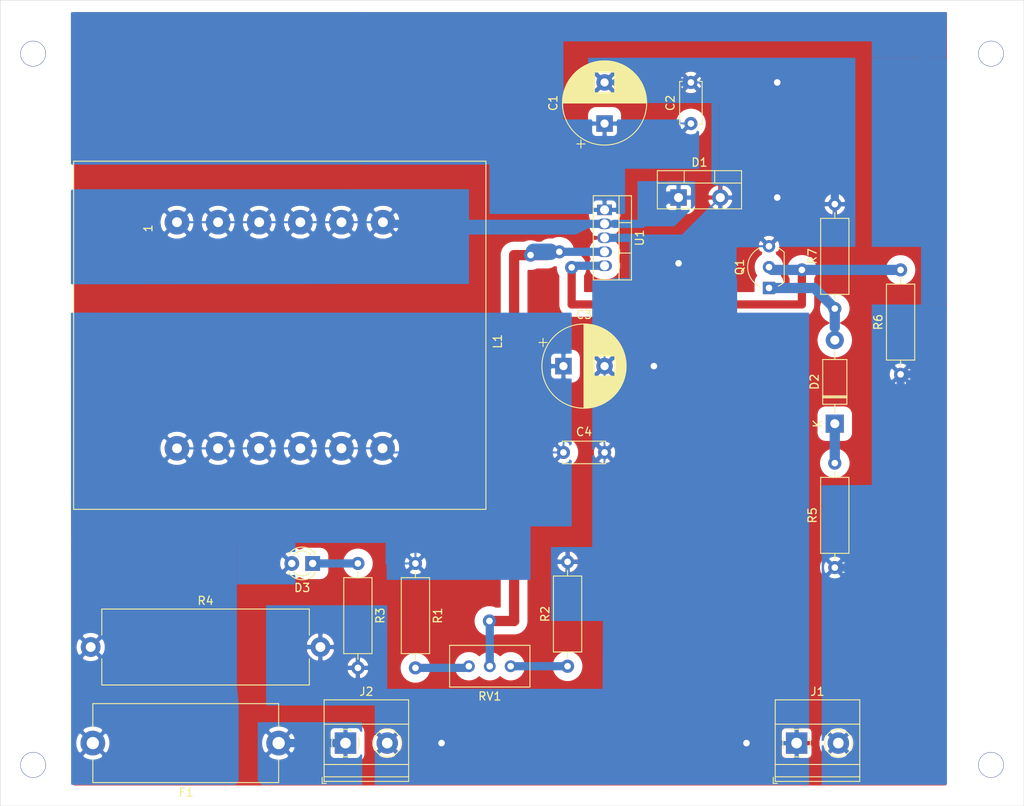
<source format=kicad_pcb>
(kicad_pcb (version 20171130) (host pcbnew 5.1.3-ffb9f22~84~ubuntu16.04.1)
  (layers (0 F.Cu signal) (31 B.Cu signal) (34 B.Paste user) (35 F.Paste user) (36 B.SilkS user) (37 F.SilkS user) (38 B.Mask user) (39 F.Mask user) (44 Edge.Cuts user))
  (net 0 "")
  (net 1 "Net-(C1-Pad1)")
  (net 2 GND)
  (net 3 "Net-(C3-Pad1)")
  (net 4 "Net-(D1-Pad1)")
  (net 5 "Net-(D2-Pad1)")
  (net 6 "Net-(D2-Pad2)")
  (net 7 "Net-(D3-Pad1)")
  (net 8 "Net-(Q1-Pad2)")
  (net 9 "Net-(R1-Pad2)")
  (net 10 "Net-(R2-Pad1)")
  (net 11 "Net-(RV1-Pad2)")
  (net 12 "Net-(F1-Pad1)")
  (module Capacitor_THT:CP_Radial_D10.0mm_P5.00mm (layer F.Cu) (at 94.5 42 90)
    (fp_text reference C1 (at 2.5 -6.25 90) (layer F.SilkS))
    (fp_text value 220u)
    (pad 1 thru_hole rect (at 0 0 90) (size 2 2) (drill 1) (layers *.Cu *.Mask) (net 1 "Net-(C1-Pad1)"))
    (pad 2 thru_hole circle (at 5 0 90) (size 2 2) (drill 1) (layers *.Cu *.Mask) (net 2 GND))
  )
  (module Capacitor_THT:C_Disc_D5.0mm_W2.5mm_P5.00mm (layer F.Cu) (at 105 42 90)
    (fp_text reference C2 (at 2.5 -2.5 90) (layer F.SilkS))
    (fp_text value 100n)
    (pad 1 thru_hole circle (at 0 0 90) (size 1.6 1.6) (drill 0.8) (layers *.Cu *.Mask) (net 1 "Net-(C1-Pad1)"))
    (pad 2 thru_hole circle (at 5 0 90) (size 1.6 1.6) (drill 0.8) (layers *.Cu *.Mask) (net 2 GND))
  )
  (module Capacitor_THT:CP_Radial_D10.0mm_P5.00mm (layer F.Cu) (at 89.5 71.5)
    (fp_text reference C3 (at 2.5 -6.25) (layer F.SilkS))
    (fp_text value 220u)
    (pad 2 thru_hole circle (at 5 0) (size 2 2) (drill 1) (layers *.Cu *.Mask) (net 2 GND))
    (pad 1 thru_hole rect (at 0 0) (size 2 2) (drill 1) (layers *.Cu *.Mask) (net 3 "Net-(C3-Pad1)"))
  )
  (module Capacitor_THT:C_Disc_D5.0mm_W2.5mm_P5.00mm (layer F.Cu) (at 89.5 82)
    (fp_text reference C4 (at 2.5 -2.5) (layer F.SilkS))
    (fp_text value 100n)
    (pad 2 thru_hole circle (at 5 0) (size 1.6 1.6) (drill 0.8) (layers *.Cu *.Mask) (net 2 GND))
    (pad 1 thru_hole circle (at 0 0) (size 1.6 1.6) (drill 0.8) (layers *.Cu *.Mask) (net 3 "Net-(C3-Pad1)"))
  )
  (module Package_TO_SOT_THT:TO-220-2_Vertical (layer F.Cu) (at 103.5 51)
    (fp_text reference D1 (at 2.54 -4.27) (layer F.SilkS))
    (fp_text value MUR820)
    (pad 1 thru_hole rect (at 0 0) (size 2 2) (drill 1.1) (layers *.Cu *.Mask) (net 4 "Net-(D1-Pad1)"))
    (pad 2 thru_hole oval (at 5.08 0) (size 2 2) (drill 1.1) (layers *.Cu *.Mask) (net 2 GND))
  )
  (module Diode_THT:D_DO-41_SOD81_P10.16mm_Horizontal (layer F.Cu) (at 122.5 78.5 90)
    (fp_text reference D2 (at 5.08 -2.47 90) (layer F.SilkS))
    (fp_text value 1N4746A)
    (fp_text user K (at 0 -2.1 90) (layer F.SilkS))
    (pad 1 thru_hole rect (at 0 0 90) (size 2.2 2.2) (drill 1.1) (layers *.Cu *.Mask) (net 5 "Net-(D2-Pad1)"))
    (pad 2 thru_hole oval (at 10.16 0 90) (size 2.2 2.2) (drill 1.1) (layers *.Cu *.Mask) (net 6 "Net-(D2-Pad2)"))
  )
  (module LED_THT:LED_D3.0mm (layer F.Cu) (at 59 95.5 180)
    (fp_text reference D3 (at 1.27 -2.96) (layer F.SilkS))
    (fp_text value LED)
    (pad 1 thru_hole rect (at 0 0 180) (size 1.8 1.8) (drill 0.9) (layers *.Cu *.Mask) (net 7 "Net-(D3-Pad1)"))
    (pad 2 thru_hole circle (at 2.54 0 180) (size 1.8 1.8) (drill 0.9) (layers *.Cu *.Mask) (net 3 "Net-(C3-Pad1)"))
  )
  (module TerminalBlock_Phoenix:TerminalBlock_Phoenix_MKDS-1,5-2-5.08_1x02_P5.08mm_Horizontal (layer F.Cu) (at 117.856 117.348)
    (fp_text reference J1 (at 2.54 -6.26) (layer F.SilkS))
    (fp_text value Conn_01x02)
    (pad 2 thru_hole circle (at 5.08 0) (size 2.6 2.6) (drill 1.3) (layers *.Cu *.Mask) (net 1 "Net-(C1-Pad1)"))
    (pad 1 thru_hole rect (at 0 0) (size 2.6 2.6) (drill 1.3) (layers *.Cu *.Mask) (net 2 GND))
  )
  (module TerminalBlock_Phoenix:TerminalBlock_Phoenix_MKDS-1,5-2-5.08_1x02_P5.08mm_Horizontal (layer F.Cu) (at 62.992 117.348)
    (fp_text reference J2 (at 2.54 -6.26) (layer F.SilkS))
    (fp_text value Conn_01x02)
    (pad 1 thru_hole rect (at 0 0) (size 2.6 2.6) (drill 1.3) (layers *.Cu *.Mask) (net 12 "Net-(F1-Pad1)"))
    (pad 2 thru_hole circle (at 5.08 0) (size 2.6 2.6) (drill 1.3) (layers *.Cu *.Mask) (net 2 GND))
  )
  (module Transformer_THT:Transformer_CHK_EI48-8VA_Neutral (layer F.Cu) (at 42.5 54 270)
    (fp_text reference L1 (at 14.5 -39 90) (layer F.SilkS))
    (fp_text value 30uH)
    (fp_text user 1 (at 0.75 3.5 90) (layer F.SilkS))
    (pad 8 thru_hole circle (at 27.5 -20 270) (size 3 3) (drill 1.2) (layers *.Cu *.Mask) (net 3 "Net-(C3-Pad1)"))
    (pad 9 thru_hole circle (at 27.5 -15 270) (size 3 3) (drill 1.2) (layers *.Cu *.Mask) (net 3 "Net-(C3-Pad1)"))
    (pad 10 thru_hole circle (at 27.5 -10 270) (size 3 3) (drill 1.2) (layers *.Cu *.Mask) (net 3 "Net-(C3-Pad1)"))
    (pad 11 thru_hole circle (at 27.5 -5 270) (size 3 3) (drill 1.2) (layers *.Cu *.Mask) (net 3 "Net-(C3-Pad1)"))
    (pad 5 thru_hole circle (at 0 -20 270) (size 3 3) (drill 1.2) (layers *.Cu *.Mask) (net 4 "Net-(D1-Pad1)"))
    (pad 4 thru_hole circle (at 0 -15 270) (size 3 3) (drill 1.2) (layers *.Cu *.Mask) (net 4 "Net-(D1-Pad1)"))
    (pad 3 thru_hole circle (at 0 -10 270) (size 3 3) (drill 1.2) (layers *.Cu *.Mask) (net 4 "Net-(D1-Pad1)"))
    (pad 2 thru_hole circle (at 0 -5 270) (size 3 3) (drill 1.2) (layers *.Cu *.Mask) (net 4 "Net-(D1-Pad1)"))
    (pad 12 thru_hole circle (at 27.5 0 270) (size 3 3) (drill 1.2) (layers *.Cu *.Mask) (net 3 "Net-(C3-Pad1)"))
    (pad 7 thru_hole circle (at 27.5 -25 270) (size 3 3) (drill 1.2) (layers *.Cu *.Mask) (net 3 "Net-(C3-Pad1)"))
    (pad 6 thru_hole circle (at 0 -25.05 270) (size 3 3) (drill 1.2) (layers *.Cu *.Mask) (net 4 "Net-(D1-Pad1)"))
    (pad 1 thru_hole circle (at 0 0 270) (size 3 3) (drill 1.2) (layers *.Cu *.Mask) (net 4 "Net-(D1-Pad1)"))
  )
  (module Package_TO_SOT_THT:TO-92_Inline_Wide (layer F.Cu) (at 114.5 62 90)
    (fp_text reference Q1 (at 2.54 -3.56 90) (layer F.SilkS))
    (fp_text value BC546B)
    (pad 2 thru_hole circle (at 2.54 0 180) (size 1.5 1.5) (drill 0.8) (layers *.Cu *.Mask) (net 8 "Net-(Q1-Pad2)"))
    (pad 3 thru_hole circle (at 5.08 0 180) (size 1.5 1.5) (drill 0.8) (layers *.Cu *.Mask) (net 2 GND))
    (pad 1 thru_hole rect (at 0 0 180) (size 1.5 1.5) (drill 0.8) (layers *.Cu *.Mask) (net 6 "Net-(D2-Pad2)"))
  )
  (module Resistor_THT:R_Axial_DIN0309_L9.0mm_D3.2mm_P12.70mm_Horizontal (layer F.Cu) (at 71.5 95.5 270)
    (fp_text reference R1 (at 6.35 -2.72 90) (layer F.SilkS))
    (fp_text value 10k)
    (pad 2 thru_hole oval (at 12.7 0 270) (size 1.6 1.6) (drill 0.8) (layers *.Cu *.Mask) (net 9 "Net-(R1-Pad2)"))
    (pad 1 thru_hole circle (at 0 0 270) (size 1.6 1.6) (drill 0.8) (layers *.Cu *.Mask) (net 3 "Net-(C3-Pad1)"))
  )
  (module Resistor_THT:R_Axial_DIN0309_L9.0mm_D3.2mm_P12.70mm_Horizontal (layer F.Cu) (at 90 108 90)
    (fp_text reference R2 (at 6.35 -2.72 90) (layer F.SilkS))
    (fp_text value 1k)
    (pad 1 thru_hole circle (at 0 0 90) (size 1.6 1.6) (drill 0.8) (layers *.Cu *.Mask) (net 10 "Net-(R2-Pad1)"))
    (pad 2 thru_hole oval (at 12.7 0 90) (size 1.6 1.6) (drill 0.8) (layers *.Cu *.Mask) (net 2 GND))
  )
  (module Resistor_THT:R_Axial_DIN0309_L9.0mm_D3.2mm_P12.70mm_Horizontal (layer F.Cu) (at 64.5 95.5 270)
    (fp_text reference R3 (at 6.35 -2.72 90) (layer F.SilkS))
    (fp_text value 1k)
    (pad 2 thru_hole oval (at 12.7 0 270) (size 1.6 1.6) (drill 0.8) (layers *.Cu *.Mask) (net 2 GND))
    (pad 1 thru_hole circle (at 0 0 270) (size 1.6 1.6) (drill 0.8) (layers *.Cu *.Mask) (net 7 "Net-(D3-Pad1)"))
  )
  (module Resistor_THT:R_Axial_Power_L25.0mm_W9.0mm_P27.94mm (layer F.Cu) (at 32.004 105.664)
    (fp_text reference R4 (at 13.97 -5.62) (layer F.SilkS))
    (fp_text value 330)
    (pad 1 thru_hole circle (at 0 0) (size 2.4 2.4) (drill 1.2) (layers *.Cu *.Mask) (net 3 "Net-(C3-Pad1)"))
    (pad 2 thru_hole oval (at 27.94 0) (size 2.4 2.4) (drill 1.2) (layers *.Cu *.Mask) (net 2 GND))
  )
  (module Resistor_THT:R_Axial_DIN0309_L9.0mm_D3.2mm_P12.70mm_Horizontal (layer F.Cu) (at 122.5 96 90)
    (fp_text reference R5 (at 6.35 -2.72 90) (layer F.SilkS))
    (fp_text value 20k)
    (pad 1 thru_hole circle (at 0 0 90) (size 1.6 1.6) (drill 0.8) (layers *.Cu *.Mask) (net 1 "Net-(C1-Pad1)"))
    (pad 2 thru_hole oval (at 12.7 0 90) (size 1.6 1.6) (drill 0.8) (layers *.Cu *.Mask) (net 5 "Net-(D2-Pad1)"))
  )
  (module Resistor_THT:R_Axial_DIN0309_L9.0mm_D3.2mm_P12.70mm_Horizontal (layer F.Cu) (at 130.5 72.5 90)
    (fp_text reference R6 (at 6.35 -2.72 90) (layer F.SilkS))
    (fp_text value 20k)
    (pad 1 thru_hole circle (at 0 0 90) (size 1.6 1.6) (drill 0.8) (layers *.Cu *.Mask) (net 1 "Net-(C1-Pad1)"))
    (pad 2 thru_hole oval (at 12.7 0 90) (size 1.6 1.6) (drill 0.8) (layers *.Cu *.Mask) (net 8 "Net-(Q1-Pad2)"))
  )
  (module Resistor_THT:R_Axial_DIN0309_L9.0mm_D3.2mm_P12.70mm_Horizontal (layer F.Cu) (at 122.5 64.5 90)
    (fp_text reference R7 (at 6.35 -2.72 90) (layer F.SilkS))
    (fp_text value 10k)
    (pad 2 thru_hole oval (at 12.7 0 90) (size 1.6 1.6) (drill 0.8) (layers *.Cu *.Mask) (net 2 GND))
    (pad 1 thru_hole circle (at 0 0 90) (size 1.6 1.6) (drill 0.8) (layers *.Cu *.Mask) (net 6 "Net-(D2-Pad2)"))
  )
  (module Potentiometer_THT:Potentiometer_Bourns_3296W_Vertical (layer F.Cu) (at 78 108 180)
    (fp_text reference RV1 (at -2.54 -3.66) (layer F.SilkS))
    (fp_text value 2k)
    (pad 1 thru_hole circle (at 0 0 180) (size 1.44 1.44) (drill 0.8) (layers *.Cu *.Mask) (net 9 "Net-(R1-Pad2)"))
    (pad 2 thru_hole circle (at -2.54 0 180) (size 1.44 1.44) (drill 0.8) (layers *.Cu *.Mask) (net 11 "Net-(RV1-Pad2)"))
    (pad 3 thru_hole circle (at -5.08 0 180) (size 1.44 1.44) (drill 0.8) (layers *.Cu *.Mask) (net 10 "Net-(R2-Pad1)"))
  )
  (module Package_TO_SOT_THT:TO-220-5_Vertical (layer F.Cu) (at 94.5 52.5 270)
    (fp_text reference U1 (at 3.4 -4.27 90) (layer F.SilkS))
    (fp_text value LM2576T-ADJ)
    (pad 1 thru_hole rect (at 0 0 270) (size 1.275 1.8) (drill 1.1) (layers *.Cu *.Mask) (net 1 "Net-(C1-Pad1)"))
    (pad 2 thru_hole oval (at 1.7 0 270) (size 1.275 1.8) (drill 1.1) (layers *.Cu *.Mask) (net 4 "Net-(D1-Pad1)"))
    (pad 3 thru_hole oval (at 3.4 0 270) (size 1.275 1.8) (drill 1.1) (layers *.Cu *.Mask) (net 2 GND))
    (pad 4 thru_hole oval (at 5.1 0 270) (size 1.275 1.8) (drill 1.1) (layers *.Cu *.Mask) (net 11 "Net-(RV1-Pad2)"))
    (pad 5 thru_hole oval (at 6.8 0 270) (size 1.275 1.8) (drill 1.1) (layers *.Cu *.Mask) (net 8 "Net-(Q1-Pad2)"))
  )
  (module Fuse:Fuseholder_Cylinder-5x20mm_Stelvio-Kontek_PTF78_Horizontal_Open (layer F.Cu) (at 54.864 117.348 180)
    (fp_text reference F1 (at 11.25 -6) (layer F.SilkS))
    (fp_text value 3A)
    (pad 1 thru_hole circle (at 0 0 180) (size 3 3) (drill 1.5) (layers *.Cu *.Mask) (net 12 "Net-(F1-Pad1)"))
    (pad 2 thru_hole circle (at 22.6 0 180) (size 3 3) (drill 1.5) (layers *.Cu *.Mask) (net 3 "Net-(C3-Pad1)"))
  )
  (gr_text "Buck SMPS: 30v to 15v\nLiaudat - Muñoz\nFIUBA" (at 46.99 38.1) (layer F.Cu) (effects (font (size 1.5 1.5) (thickness 0.3))))
  (gr_line (start 21 125) (end 21 27) (layer Edge.Cuts) (width 0.05))
  (gr_line (start 145.5 125) (end 21 125) (layer Edge.Cuts) (width 0.05))
  (gr_line (start 145.5 27) (end 145.5 125) (layer Edge.Cuts) (width 0.05))
  (gr_line (start 21 27) (end 145.5 27) (layer Edge.Cuts) (width 0.05))
  (via (at 25 120) (size 3.1) (drill 3) (layers F.Cu B.Cu) (net 0))
  (via (at 25 33.5) (size 3.1) (drill 3) (layers F.Cu B.Cu) (net 0))
  (via (at 141.5 33.5) (size 3.1) (drill 3) (layers F.Cu B.Cu) (net 0))
  (via (at 141.5 120) (size 3.1) (drill 3) (layers F.Cu B.Cu) (net 0))
  (segment (start 123.08 96.58) (end 122.5 96) (width 0.25) (layer B.Cu) (net 1))
  (segment (start 122.5 96) (end 130.5 96) (width 1) (layer B.Cu) (net 1))
  (segment (start 130.5 96) (end 130.5 72.5) (width 1) (layer B.Cu) (net 1))
  (segment (start 130.5 72.5) (end 133.5 72.5) (width 1) (layer B.Cu) (net 1))
  (segment (start 95.75 42) (end 105 42) (width 0.25) (layer B.Cu) (net 1))
  (segment (start 94.5 42) (end 95.75 42) (width 0.25) (layer B.Cu) (net 1))
  (segment (start 94.5 52.5) (end 94.5 42) (width 0.25) (layer B.Cu) (net 1))
  (segment (start 133.5 30) (end 88 30) (width 1) (layer B.Cu) (net 1))
  (segment (start 88 42) (end 94.5 42) (width 0.25) (layer B.Cu) (net 1))
  (segment (start 133.5 32) (end 133.5 35) (width 1) (layer B.Cu) (net 1))
  (segment (start 133.5 35) (end 133.5 34.5) (width 0.25) (layer B.Cu) (net 1))
  (segment (start 133.5 72.5) (end 133.5 35) (width 1) (layer B.Cu) (net 1))
  (segment (start 88 32) (end 88 42) (width 0.25) (layer B.Cu) (net 1))
  (segment (start 133.5 32) (end 133.5 30) (width 0.25) (layer B.Cu) (net 1))
  (segment (start 88 32) (end 88 30) (width 0.25) (layer B.Cu) (net 1))
  (segment (start 94.5 82) (end 94.5 71.5) (width 0.25) (layer B.Cu) (net 2))
  (segment (start 94.5 71.5) (end 94.5 62) (width 0.25) (layer B.Cu) (net 2))
  (segment (start 94.5 62) (end 95.575001 60.924999) (width 0.25) (layer B.Cu) (net 2))
  (segment (start 110.424999 60.924999) (end 110.424999 57.075001) (width 0.25) (layer B.Cu) (net 2))
  (segment (start 110.58 56.92) (end 114.5 56.92) (width 0.25) (layer B.Cu) (net 2))
  (segment (start 110.424999 57.075001) (end 110.58 56.92) (width 0.25) (layer B.Cu) (net 2))
  (segment (start 119.62 51.8) (end 122.5 51.8) (width 0.25) (layer B.Cu) (net 2))
  (segment (start 114.5 56.92) (end 119.62 51.8) (width 0.25) (layer B.Cu) (net 2))
  (segment (start 118.82 51) (end 115.5 51) (width 0.25) (layer B.Cu) (net 2))
  (segment (start 119.62 51.8) (end 118.82 51) (width 0.25) (layer B.Cu) (net 2))
  (segment (start 103.68 55.9) (end 108.58 51) (width 0.25) (layer B.Cu) (net 2))
  (segment (start 98.9 60.9) (end 98.924999 60.924999) (width 0.25) (layer B.Cu) (net 2))
  (segment (start 98.9 55.9) (end 103.68 55.9) (width 0.25) (layer B.Cu) (net 2))
  (segment (start 94.5 55.9) (end 98.9 55.9) (width 1) (layer B.Cu) (net 2))
  (segment (start 95.575001 60.924999) (end 98.924999 60.924999) (width 0.25) (layer B.Cu) (net 2))
  (segment (start 98.9 55.9) (end 98.9 60.9) (width 0.25) (layer B.Cu) (net 2))
  (segment (start 98.924999 60.924999) (end 110.424999 60.924999) (width 0.25) (layer B.Cu) (net 2))
  (segment (start 108.58 51) (end 108.58 49.585787) (width 0.25) (layer B.Cu) (net 2))
  (segment (start 108 37.5) (end 107.5 37) (width 0.25) (layer B.Cu) (net 2))
  (segment (start 108.58 49.585787) (end 108 49.005787) (width 0.25) (layer B.Cu) (net 2))
  (segment (start 108 49.005787) (end 108 37.5) (width 1) (layer B.Cu) (net 2))
  (segment (start 95.914213 37) (end 105 37) (width 1) (layer B.Cu) (net 2))
  (segment (start 94.5 37) (end 95.914213 37) (width 0.25) (layer B.Cu) (net 2))
  (segment (start 122.5 51.8) (end 122.5 37.5) (width 1) (layer B.Cu) (net 2))
  (segment (start 122 37) (end 115.5 37) (width 1) (layer B.Cu) (net 2))
  (segment (start 106.5 37) (end 105 37) (width 0.25) (layer B.Cu) (net 2))
  (segment (start 107.5 37) (end 106.5 37) (width 0.25) (layer B.Cu) (net 2))
  (segment (start 94.3 95.3) (end 94.5 95.5) (width 0.25) (layer B.Cu) (net 2))
  (segment (start 90 95.3) (end 94.3 95.3) (width 0.25) (layer B.Cu) (net 2))
  (segment (start 94.5 82) (end 94.5 95.5) (width 0.25) (layer B.Cu) (net 2))
  (segment (start 122 37) (end 122.5 37.5) (width 0.25) (layer B.Cu) (net 2))
  (segment (start 110.5 65) (end 110.5 61) (width 0.25) (layer B.Cu) (net 2))
  (segment (start 115.5 51) (end 108.58 51) (width 0.25) (layer B.Cu) (net 2))
  (via (at 115.5 51) (size 1.6) (drill 0.8) (layers F.Cu B.Cu) (net 2))
  (segment (start 115.5 37) (end 106.5 37) (width 1) (layer B.Cu) (net 2))
  (via (at 115.5 37) (size 1.6) (drill 0.8) (layers F.Cu B.Cu) (net 2))
  (via (at 100.5 71.5) (size 1.6) (drill 0.8) (layers F.Cu B.Cu) (net 2))
  (via (at 74.676 117.348) (size 1.6) (drill 0.8) (layers F.Cu B.Cu) (net 2))
  (via (at 111.76 117.348) (size 1.6) (drill 0.8) (layers F.Cu B.Cu) (net 2))
  (via (at 103.5 59) (size 1.6) (drill 0.8) (layers F.Cu B.Cu) (net 2))
  (segment (start 44.62132 81.5) (end 47.5 81.5) (width 0.25) (layer B.Cu) (net 3))
  (segment (start 42.5 81.5) (end 44.62132 81.5) (width 0.25) (layer B.Cu) (net 3))
  (segment (start 49.62132 81.5) (end 52.5 81.5) (width 0.25) (layer B.Cu) (net 3))
  (segment (start 47.5 81.5) (end 49.62132 81.5) (width 0.25) (layer B.Cu) (net 3))
  (segment (start 54.62132 81.5) (end 57.5 81.5) (width 0.25) (layer B.Cu) (net 3))
  (segment (start 52.5 81.5) (end 54.62132 81.5) (width 0.25) (layer B.Cu) (net 3))
  (segment (start 59.62132 81.5) (end 62.5 81.5) (width 0.25) (layer B.Cu) (net 3))
  (segment (start 57.5 81.5) (end 59.62132 81.5) (width 0.25) (layer B.Cu) (net 3))
  (segment (start 89.5 72.75) (end 89.5 82) (width 0.25) (layer B.Cu) (net 3))
  (segment (start 89.5 71.5) (end 89.5 72.75) (width 0.25) (layer B.Cu) (net 3))
  (segment (start 68 82) (end 67.5 81.5) (width 0.25) (layer B.Cu) (net 3))
  (segment (start 71.5 82.5) (end 71.5 95.5) (width 0.25) (layer B.Cu) (net 3))
  (segment (start 89.5 82) (end 72 82) (width 0.25) (layer B.Cu) (net 3))
  (segment (start 72 82) (end 71.5 82.5) (width 0.25) (layer B.Cu) (net 3))
  (segment (start 72 82) (end 68 82) (width 0.25) (layer B.Cu) (net 3))
  (segment (start 71.5 95.5) (end 68 95.5) (width 0.25) (layer B.Cu) (net 3))
  (segment (start 68 95.5) (end 68 93) (width 0.25) (layer B.Cu) (net 3))
  (segment (start 65.37868 81.5) (end 62.5 81.5) (width 0.25) (layer B.Cu) (net 3))
  (segment (start 67.5 81.5) (end 65.37868 81.5) (width 0.25) (layer B.Cu) (net 3))
  (segment (start 42.45 54) (end 47.5 54) (width 0.25) (layer B.Cu) (net 4))
  (segment (start 47.5 54) (end 52.5 54) (width 0.25) (layer B.Cu) (net 4))
  (segment (start 52.5 54) (end 57.5 54) (width 0.25) (layer B.Cu) (net 4))
  (segment (start 59.62132 54) (end 62.5 54) (width 0.25) (layer B.Cu) (net 4))
  (segment (start 57.5 54) (end 59.62132 54) (width 0.25) (layer B.Cu) (net 4))
  (segment (start 99.05 54.2) (end 95.65 54.2) (width 1) (layer B.Cu) (net 4))
  (segment (start 67.7 54.2) (end 67.5 54) (width 0.25) (layer B.Cu) (net 4))
  (segment (start 94.5 54.2) (end 67.7 54.2) (width 1) (layer B.Cu) (net 4))
  (segment (start 94.5 54.2) (end 95.65 54.2) (width 0.25) (layer B.Cu) (net 4))
  (segment (start 67.5 54) (end 62.5 54) (width 0.25) (layer B.Cu) (net 4))
  (segment (start 102.25 51) (end 99.05 54.2) (width 1) (layer B.Cu) (net 4))
  (segment (start 103.5 51) (end 102.25 51) (width 1.5) (layer B.Cu) (net 4))
  (segment (start 122.5 78.5) (end 122.5 83.3) (width 1.25) (layer B.Cu) (net 5))
  (segment (start 122.5 66.784366) (end 122.5 64.5) (width 1.25) (layer B.Cu) (net 6))
  (segment (start 122.5 68.34) (end 122.5 66.784366) (width 0.25) (layer B.Cu) (net 6))
  (segment (start 120 62) (end 122.5 64.5) (width 1.25) (layer B.Cu) (net 6))
  (segment (start 114.5 62) (end 120 62) (width 1.25) (layer B.Cu) (net 6))
  (segment (start 64.5 95.5) (end 59 95.5) (width 1) (layer B.Cu) (net 7))
  (via (at 90.5 59.5) (size 1.6) (drill 0.8) (layers F.Cu B.Cu) (net 8))
  (segment (start 90.5 59.5) (end 90.5 64) (width 1) (layer F.Cu) (net 8))
  (segment (start 90.5 64) (end 118.5 64) (width 1) (layer F.Cu) (net 8))
  (segment (start 118.5 64) (end 118.5 61) (width 1) (layer F.Cu) (net 8))
  (segment (start 114.84 59.8) (end 114.5 59.46) (width 0.25) (layer B.Cu) (net 8))
  (segment (start 130.5 59.8) (end 118.5 59.8) (width 1.25) (layer B.Cu) (net 8))
  (segment (start 118.5 59.8) (end 114.84 59.8) (width 1.25) (layer B.Cu) (net 8))
  (via (at 118.5 59.8) (size 1.6) (drill 0.8) (layers F.Cu B.Cu) (net 8))
  (segment (start 118.5 59.8) (end 118.5 61) (width 1) (layer F.Cu) (net 8))
  (segment (start 90.7 59.3) (end 90.5 59.5) (width 0.25) (layer F.Cu) (net 8))
  (segment (start 90.7 59.3) (end 90.5 59.5) (width 0.25) (layer B.Cu) (net 8))
  (segment (start 94.5 59.3) (end 90.7 59.3) (width 1) (layer B.Cu) (net 8))
  (segment (start 77.8 108.2) (end 78 108) (width 0.25) (layer B.Cu) (net 9))
  (segment (start 71.5 108.2) (end 77.8 108.2) (width 1) (layer B.Cu) (net 9))
  (segment (start 83.08 108) (end 90 108) (width 1) (layer B.Cu) (net 10))
  (via (at 85.5 58) (size 1.6) (drill 0.8) (layers F.Cu B.Cu) (net 11))
  (via (at 80.5 102.5) (size 1.6) (drill 0.8) (layers F.Cu B.Cu) (net 11))
  (segment (start 83.5 58) (end 85.5 58) (width 1.25) (layer F.Cu) (net 11))
  (segment (start 83.5 102.5) (end 83.5 58) (width 1.25) (layer F.Cu) (net 11))
  (segment (start 80.5 102.5) (end 83.5 102.5) (width 1.25) (layer F.Cu) (net 11))
  (segment (start 80.54 102.54) (end 80.5 102.5) (width 0.25) (layer B.Cu) (net 11))
  (segment (start 80.54 108) (end 80.54 102.54) (width 1) (layer B.Cu) (net 11))
  (segment (start 94.5 57.6) (end 87.9 57.6) (width 1) (layer B.Cu) (net 11))
  (segment (start 87.9 57.6) (end 85.9 57.6) (width 2) (layer B.Cu) (net 11))
  (via (at 89 57.6) (size 1.6) (drill 0.8) (layers F.Cu B.Cu) (net 11))
  (segment (start 87.5 58) (end 87.9 57.6) (width 0.25) (layer F.Cu) (net 11))
  (segment (start 85.5 58) (end 87.5 58) (width 1.25) (layer F.Cu) (net 11))
  (segment (start 87.5 57.96863) (end 87.86863 57.6) (width 0.25) (layer F.Cu) (net 11))
  (segment (start 87.86863 57.6) (end 89 57.6) (width 1.25) (layer F.Cu) (net 11))
  (segment (start 87.5 58) (end 87.5 57.96863) (width 0.25) (layer F.Cu) (net 11))
  (segment (start 85.5 58) (end 85.9 57.6) (width 0.25) (layer B.Cu) (net 11))
  (segment (start 54.864 117.348) (end 62.992 117.348) (width 1) (layer B.Cu) (net 12))
  (zone (net 2) (net_name GND) (layer B.Cu) (connect_pads (clearance 0.508)) (min_thickness 0.254) (fill yes (arc_segments 32) (thermal_gap 0.508) (thermal_bridge_width 0.508))
    (polygon (pts (xy 122.5 52) (xy 108.5 52) (xy 108.5 36.5) (xy 122.5 36.5)))
  )
  (zone (net 2) (net_name GND) (layer B.Cu) (connect_pads (clearance 0.508)) (min_thickness 0.254) (fill yes (arc_segments 32) (thermal_gap 0.508) (thermal_bridge_width 0.508))
    (polygon (pts (xy 122.5 51.5) (xy 125 51.5) (xy 125 57) (xy 108.5 57) (xy 108.5 51)))
  )
  (zone (net 2) (net_name GND) (layer B.Cu) (connect_pads (clearance 0.508)) (min_thickness 0.254) (fill yes (arc_segments 32) (thermal_gap 0.508) (thermal_bridge_width 0.508))
    (polygon (pts (xy 110.5 51) (xy 110.5 61) (xy 97.5 61) (xy 97.5 56) (xy 103.5 56) (xy 108.5 51)))
  )
  (zone (net 2) (net_name GND) (layer B.Cu) (connect_pads (clearance 0.508)) (min_thickness 0.254) (fill yes (arc_segments 32) (thermal_gap 0.508) (thermal_bridge_width 0.508))
    (polygon (pts (xy 99 55.5) (xy 103.5 55.5) (xy 104.5 55.5) (xy 104.5 56) (xy 99 56)))
  )
  (zone (net 2) (net_name GND) (layer B.Cu) (connect_pads (clearance 0.508)) (min_thickness 0.254) (fill yes (arc_segments 32) (thermal_gap 0.508) (thermal_bridge_width 0.508))
    (polygon (pts (xy 94.5 61) (xy 110.5 61) (xy 110.5 65) (xy 119.38 65) (xy 119.38 73) (xy 119.38 122.428) (xy 94.201 122.428)))
  )
  (zone (net 2) (net_name GND) (layer B.Cu) (connect_pads (clearance 0.508)) (min_thickness 0.254) (fill yes (arc_segments 32) (thermal_gap 0.508) (thermal_bridge_width 0.508))
    (polygon (pts (xy 92.5 34) (xy 92.5 39.5) (xy 121 39.5) (xy 121 53) (xy 125 53) (xy 125 34)))
  )
  (zone (net 4) (net_name "Net-(D1-Pad1)") (layer B.Cu) (connect_pads (clearance 0.508)) (min_thickness 0.254) (fill yes (arc_segments 32) (thermal_gap 0.508) (thermal_bridge_width 0.508))
    (polygon (pts (xy 29.6 50.05) (xy 78 50) (xy 78 61.5) (xy 29.6 61.55)))
  )
  (zone (net 4) (net_name "Net-(D1-Pad1)") (layer B.Cu) (connect_pads (clearance 0.508)) (min_thickness 0.254) (fill yes (arc_segments 32) (thermal_gap 0.508) (thermal_bridge_width 0.508))
    (polygon (pts (xy 78 50) (xy 78 61.5) (xy 30 61.5) (xy 30 50)))
  )
  (zone (net 4) (net_name "Net-(D1-Pad1)") (layer B.Cu) (connect_pads (clearance 0.508)) (min_thickness 0.254) (fill yes (arc_segments 32) (thermal_gap 0.508) (thermal_bridge_width 0.508))
    (polygon (pts (xy 30 50) (xy 78 50) (xy 78 61.5) (xy 30 61.5)))
  )
  (zone (net 3) (net_name "Net-(C3-Pad1)") (layer B.Cu) (connect_pads (clearance 0.508)) (min_thickness 0.254) (fill yes (arc_segments 32) (thermal_gap 0.508) (thermal_bridge_width 0.508))
    (polygon (pts (xy 29.6 70) (xy 90.5 70) (xy 90.5 91) (xy 85.5 91) (xy 85.5 97.5) (xy 68 97.5) (xy 68 93) (xy 54.5 93) (xy 49.784 92.964) (xy 49.784 97.5) (xy 49.784 110.5) (xy 50 112.5) (xy 50 121.92) (xy 49.624 122.428) (xy 29.624 122.428)))
  )
  (zone (net 3) (net_name "Net-(C3-Pad1)") (layer B.Cu) (connect_pads (clearance 0.508)) (min_thickness 0.254) (fill yes (arc_segments 32) (thermal_gap 0.508) (thermal_bridge_width 0.508))
    (polygon (pts (xy 29.6 70) (xy 29.6 65) (xy 90.5 65.5) (xy 90.5 73) (xy 30 73)))
  )
  (zone (net 3) (net_name "Net-(C3-Pad1)") (layer B.Cu) (connect_pads (clearance 0.508)) (min_thickness 0.254) (fill yes (arc_segments 32) (thermal_gap 0.508) (thermal_bridge_width 0.508))
    (polygon (pts (xy 30 65) (xy 90.5 65) (xy 90.5 66) (xy 30 66)))
  )
  (zone (net 1) (net_name "Net-(C1-Pad1)") (layer B.Cu) (connect_pads (clearance 0.508)) (min_thickness 0.254) (fill yes (arc_segments 32) (thermal_gap 0.508) (thermal_bridge_width 0.508))
    (polygon (pts (xy 120.904 122.428) (xy 120.904 88.5) (xy 136.144 88.392) (xy 136.144 122.428)))
  )
  (zone (net 1) (net_name "Net-(C1-Pad1)") (layer B.Cu) (connect_pads (clearance 0.508)) (min_thickness 0.254) (fill yes (arc_segments 32) (thermal_gap 0.508) (thermal_bridge_width 0.508))
    (polygon (pts (xy 120.904 88.5) (xy 120.904 86) (xy 136.144 85.876) (xy 136.144 88.876)))
  )
  (zone (net 1) (net_name "Net-(C1-Pad1)") (layer B.Cu) (connect_pads (clearance 0.508)) (min_thickness 0.254) (fill yes (arc_segments 32) (thermal_gap 0.508) (thermal_bridge_width 0.508))
    (polygon (pts (xy 127 86) (xy 127 64) (xy 131.572 64.008) (xy 136.144 64) (xy 136.144 86)))
  )
  (zone (net 1) (net_name "Net-(C1-Pad1)") (layer B.Cu) (connect_pads (clearance 0.508)) (min_thickness 0.254) (fill yes (arc_segments 32) (thermal_gap 0.508) (thermal_bridge_width 0.508))
    (polygon (pts (xy 133 64) (xy 133 57) (xy 127 57) (xy 127 34) (xy 136.144 34) (xy 136.144 64)))
  )
  (zone (net 1) (net_name "Net-(C1-Pad1)") (layer B.Cu) (connect_pads (clearance 0.508)) (min_thickness 0.254) (fill yes (arc_segments 32) (thermal_gap 0.508) (thermal_bridge_width 0.508))
    (polygon (pts (xy 136.082 34) (xy 136.144 28.448) (xy 65.124 28.448) (xy 65 45.5) (xy 65 47) (xy 80.5 47) (xy 80.5 53) (xy 97 53) (xy 97 47.5) (xy 106 47.5) (xy 106 41.5) (xy 89.5 41.5) (xy 89.5 32.004) (xy 127 32.004) (xy 127 34)))
  )
  (zone (net 2) (net_name GND) (layer B.Cu) (connect_pads (clearance 0.508)) (min_thickness 0.254) (fill yes (arc_segments 32) (thermal_gap 0.508) (thermal_bridge_width 0.508))
    (polygon (pts (xy 90 93.5) (xy 88 93.5) (xy 88 97) (xy 90 97)))
  )
  (zone (net 1) (net_name "Net-(C1-Pad1)") (layer B.Cu) (connect_pads (clearance 0.508)) (min_thickness 0.254) (fill yes (arc_segments 32) (thermal_gap 0.508) (thermal_bridge_width 0.508))
    (polygon (pts (xy 66.04 28.448) (xy 29.6 28.448) (xy 29.6 47) (xy 66.04 46.99)))
  )
  (zone (net 2) (net_name GND) (layer F.Cu) (connect_pads (clearance 1)) (min_thickness 0.254) (fill yes (arc_segments 32) (thermal_gap 0.508) (thermal_bridge_width 0.508))
    (polygon (pts (xy 136.072 122.5) (xy 29.928 122.5) (xy 30 105) (xy 136.144 105)))
  )
  (zone (net 2) (net_name GND) (layer F.Cu) (connect_pads (clearance 1)) (min_thickness 0.254) (fill yes (arc_segments 32) (thermal_gap 0.508) (thermal_bridge_width 0.508))
    (polygon (pts (xy 86 105) (xy 86 60.5) (xy 88 60.5) (xy 88 66.5) (xy 136.144 66.5) (xy 136.144 105)))
  )
  (zone (net 2) (net_name GND) (layer F.Cu) (connect_pads (clearance 1)) (min_thickness 0.254) (fill yes (arc_segments 32) (thermal_gap 0.508) (thermal_bridge_width 0.508))
    (polygon (pts (xy 136.144 55.46) (xy 136.144 66.46) (xy 121 66.5) (xy 121 57.5) (xy 116.5 57.5) (xy 116.5 61.5) (xy 93.5 61.5) (xy 93.5 55.5)))
  )
  (zone (net 2) (net_name GND) (layer F.Cu) (connect_pads (clearance 1)) (min_thickness 0.254) (fill yes (arc_segments 32) (thermal_gap 0.508) (thermal_bridge_width 0.508))
    (polygon (pts (xy 93.5 61.5) (xy 93 61.5) (xy 93 55.5) (xy 93.5 55.5)))
  )
  (zone (net 2) (net_name GND) (layer B.Cu) (connect_pads (clearance 1)) (min_thickness 0.254) (fill yes (arc_segments 32) (thermal_gap 0.508) (thermal_bridge_width 0.508))
    (polygon (pts (xy 96.5 102.5) (xy 88 102.5) (xy 88 93.5) (xy 93 93.5) (xy 93 61) (xy 96.5 61)))
  )
  (zone (net 2) (net_name GND) (layer F.Cu) (connect_pads (clearance 1)) (min_thickness 0.254) (fill yes (arc_segments 32) (thermal_gap 0.508) (thermal_bridge_width 0.508))
    (polygon (pts (xy 136.144 28.448) (xy 29.972 28.448) (xy 29.972 105.156) (xy 136.144 105.156)))
  )
  (zone (net 12) (net_name "Net-(F1-Pad1)") (layer B.Cu) (connect_pads (clearance 1)) (min_thickness 0.254) (fill yes (arc_segments 32) (thermal_gap 0.508) (thermal_bridge_width 0.508))
    (polygon (pts (xy 52.324 121.92) (xy 52.324 114.808) (xy 65.024 114.808) (xy 65.024 122.428) (xy 52.832 122.428)))
  )
  (zone (net 3) (net_name "Net-(C3-Pad1)") (layer B.Cu) (connect_pads (clearance 1)) (min_thickness 0.254) (fill yes (arc_segments 32) (thermal_gap 0.508) (thermal_bridge_width 0.508))
    (polygon (pts (xy 49.784 97.536) (xy 49.784 98.044) (xy 56.896 98.044) (xy 56.896 92.456) (xy 49.784 92.456)))
  )
  (zone (net 2) (net_name GND) (layer B.Cu) (connect_pads (clearance 1)) (min_thickness 0.254) (fill yes (arc_segments 32) (thermal_gap 0.508) (thermal_bridge_width 0.508))
    (polygon (pts (xy 94.488 122.428) (xy 66.548 122.428) (xy 66.548 114.808) (xy 66.548 112.776) (xy 53.34 112.776) (xy 53.34 100.584) (xy 68.072 100.584) (xy 68.072 110.744) (xy 94.488 110.744)))
  )
  (zone (net 4) (net_name "Net-(D1-Pad1)") (layer B.Cu) (connect_pads (clearance 1)) (min_thickness 0.254) (fill yes (arc_segments 32) (thermal_gap 0.508) (thermal_bridge_width 0.508))
    (polygon (pts (xy 98.5 54.5) (xy 98.5 49) (xy 105.5 49) (xy 105.5 52) (xy 103 54.5)))
  )
  (zone (net 4) (net_name "Net-(D1-Pad1)") (layer B.Cu) (connect_pads (clearance 1)) (min_thickness 0.254) (fill yes (arc_segments 32) (thermal_gap 0.508) (thermal_bridge_width 0.508))
    (polygon (pts (xy 77.5 55.5) (xy 91 55.5) (xy 93 54.5) (xy 93 54) (xy 77.5 54)))
  )
)
</source>
